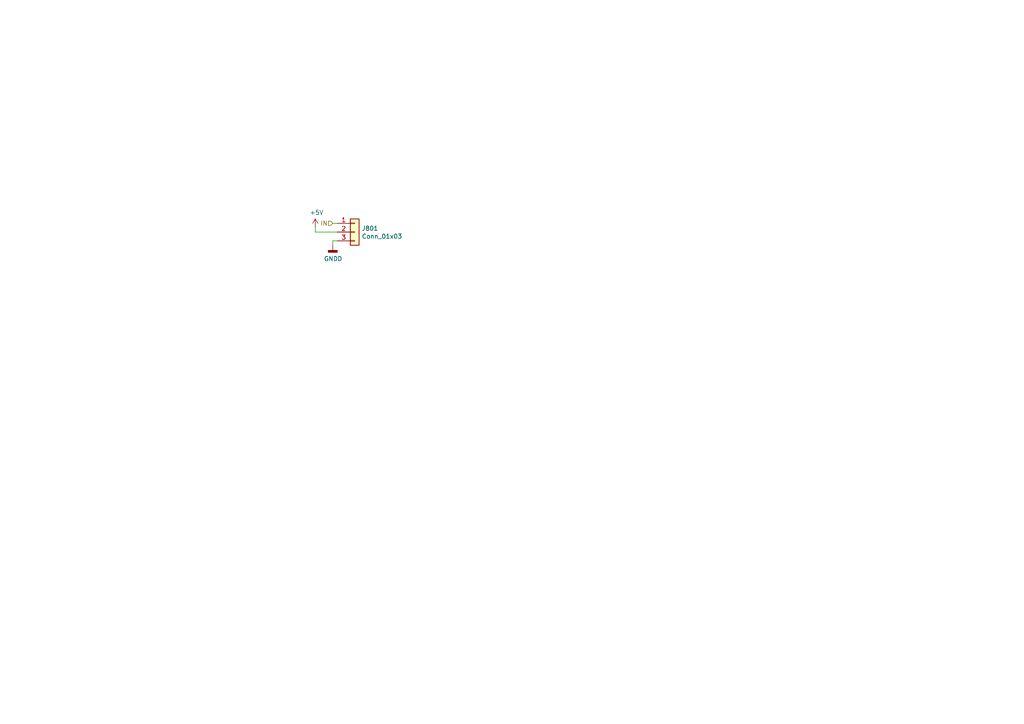
<source format=kicad_sch>
(kicad_sch (version 20211123) (generator eeschema)
  (paper "A4")
  (lib_symbols
    (symbol "Connector_Generic:Conn_01x03" (pin_names (offset 1.016) hide)
      (property "Reference" "J" (at 0 5.08 0))
      (property "Value" "Conn_01x03" (at 0 -5.08 0))
      (symbol "Conn_01x03_1_1"
        (rectangle (start -1.27 -2.413) (end 0 -2.667) (stroke (width 0.1524)))
        (rectangle (start -1.27 0.127) (end 0 -0.127) (stroke (width 0.1524)))
        (rectangle (start -1.27 2.667) (end 0 2.413) (stroke (width 0.1524)))
        (rectangle (start -1.27 3.81) (end 1.27 -3.81) (stroke (width 0.254)) (fill (type background)))
        (pin passive line (at -5.08 2.54 0) (length 3.81) (name "Pin_1") (number "1"))
        (pin passive line (at -5.08 0 0) (length 3.81) (name "Pin_2") (number "2"))
        (pin passive line (at -5.08 -2.54 0) (length 3.81) (name "Pin_3") (number "3"))
      )
    )
    (symbol "power:+5V" (power) (pin_names (offset 0))
      (property "Value" "+5V" (at 0 3.556 0))
      (symbol "+5V_0_1"
        (polyline (pts (xy -0.762 1.27) (xy 0 2.54)))
        (polyline (pts (xy 0 0) (xy 0 2.54)))
        (polyline (pts (xy 0 2.54) (xy 0.762 1.27)))
      )
      (symbol "+5V_1_1"
        (pin power_in line (at 0 0 90) (length 0) hide (name "+5V") (number "1"))
      )
    )
    (symbol "power:GNDD" (power) (pin_names (offset 0))
      (property "Value" "GNDD" (at 0 -3.175 0))
      (symbol "GNDD_0_1"
        (rectangle (start -1.27 -1.524) (end 1.27 -2.032) (stroke (width 0.254)) (fill (type outline)))
        (polyline (pts (xy 0 0) (xy 0 -1.524)))
      )
      (symbol "GNDD_1_1"
        (pin power_in line (at 0 0 270) (length 0) hide (name "GNDD") (number "1"))
      )
    )
  )
  (wire (pts (xy 97.79 67.31) (xy 91.44 67.31)))
  (wire (pts (xy 97.79 69.85) (xy 96.52 69.85)))
  (wire (pts (xy 91.44 67.31) (xy 91.44 66.04)))
  (wire (pts (xy 97.79 64.77) (xy 96.52 64.77)))
  (wire (pts (xy 96.52 69.85) (xy 96.52 71.12)))
  (hierarchical_label "IN" (shape input) (at 96.52 64.77 180))
  (symbol (lib_id "Connector_Generic:Conn_01x03") (at 102.87 67.31 0) (unit 1)
    (property "Reference" "J801" (at 104.902 66.2432 0) (effects (justify left)))
    (property "Value" "Conn_01x03" (at 104.902 68.5546 0) (effects (justify left)))
    (property "Footprint" "Connector_PinHeader_2.54mm:PinHeader_1x03_P2.54mm_Vertical" (effects hide))
  )
  (symbol (lib_id "power:+5V") (at 91.44 66.04 0) (unit 1)
    (property "Reference" "#PWR0801" (effects hide))
    (property "Value" "+5V" (at 91.821 61.6458 0))
  )
  (symbol (lib_id "power:GNDD") (at 96.52 71.12 0) (unit 1)
    (property "Reference" "#PWR0802" (effects hide))
    (property "Value" "GNDD" (at 96.6216 75.057 0))
  )
)
</source>
